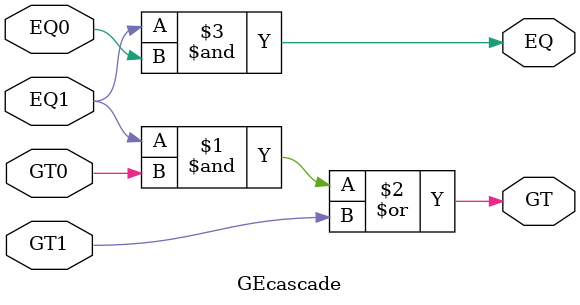
<source format=sv>
`timescale 1ns/1ns
module GEcascade(input GT1, GT0, EQ1, EQ0, output logic GT, EQ);
    assign #56 GT = (EQ1 & GT0) | GT1;
    assign #28 EQ = EQ1 & EQ0;
endmodule
</source>
